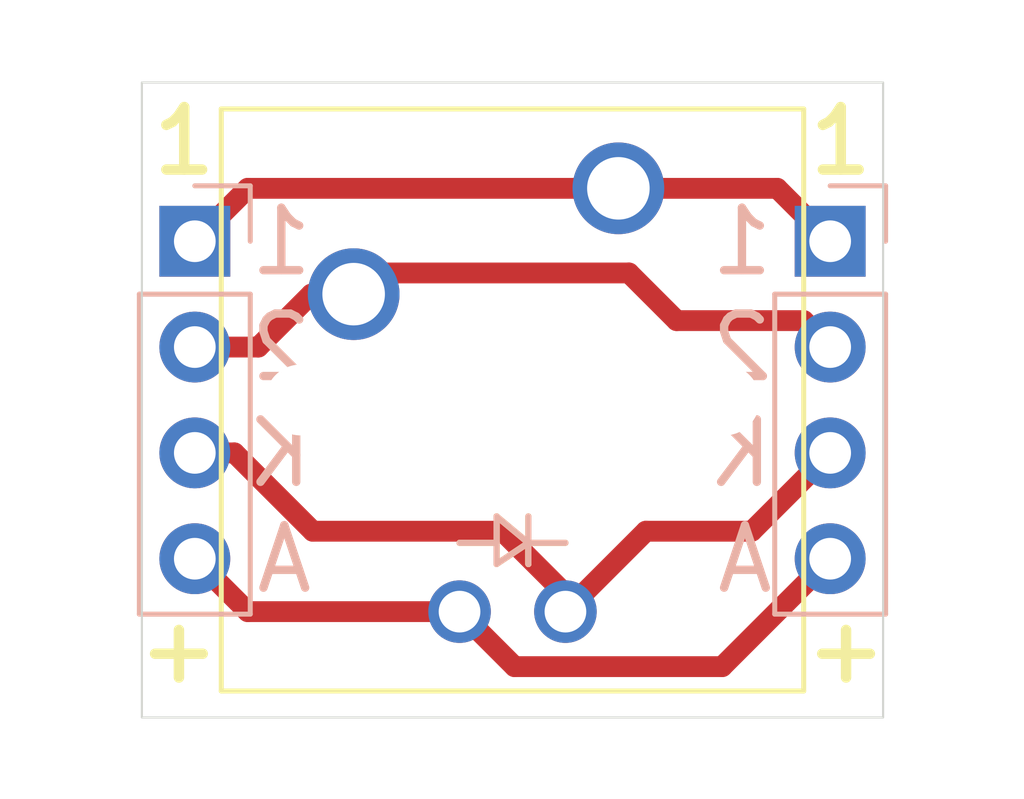
<source format=kicad_pcb>
(kicad_pcb (version 20240108) (generator "pcbnew") (generator_version "8.0")
  (layers (0 "F.Cu" signal) (31 "B.Cu" signal) (34 "B.Paste" user) (35 "F.Paste" user) (36 "B.SilkS" user "B.Silkscreen") (37 "F.SilkS" user "F.Silkscreen") (38 "B.Mask" user) (39 "F.Mask" user) (44 "Edge.Cuts" user))
  (net 0 "")
  (net 1 "Net-(J1-Pin_3)")
  (net 2 "Net-(J1-Pin_4)")
  (net 3 "Net-(J1-Pin_2)")
  (net 4 "Net-(J1-Pin_1)")
  (footprint "Switches:SW_Cherry_MX_1.00u_LED_PCB" (layer "F.Cu") (at 132.08 90.17)
    (property "Reference" "SW1" (hide yes))
    (property "Value" "SW_SPST_LED")
    (fp_line (start -9.525 -1.905) (end 4.445 -1.905) (stroke (width 0.12)) (layer "F.SilkS"))
    (fp_line (start -9.525 12.065) (end -9.525 -1.905) (stroke (width 0.12)) (layer "F.SilkS"))
    (fp_line (start -3.81 8.509) (end -2.921 8.509) (stroke (width 0.15)) (layer "F.SilkS"))
    (fp_line (start -2.921 7.874) (end -2.159 8.509) (stroke (width 0.15)) (layer "F.SilkS"))
    (fp_line (start -2.921 8.509) (end -2.921 7.874) (stroke (width 0.15)) (layer "F.SilkS"))
    (fp_line (start -2.921 9.017) (end -2.921 8.509) (stroke (width 0.15)) (layer "F.SilkS"))
    (fp_line (start -2.159 7.874) (end -2.159 9.017) (stroke (width 0.15)) (layer "F.SilkS"))
    (fp_line (start -2.159 8.509) (end -2.921 9.017) (stroke (width 0.15)) (layer "F.SilkS"))
    (fp_line (start -2.159 9.017) (end -2.159 8.509) (stroke (width 0.15)) (layer "F.SilkS"))
    (fp_line (start -1.27 8.509) (end -2.159 8.509) (stroke (width 0.15)) (layer "F.SilkS"))
    (fp_line (start 4.445 -1.905) (end 4.445 12.065) (stroke (width 0.12)) (layer "F.SilkS"))
    (fp_line (start 4.445 12.065) (end -9.525 12.065) (stroke (width 0.12)) (layer "F.SilkS"))
    (pad "" np_thru_hole circle (at -7.62 5.08) (size 1.7 1.7) (drill 1.7) (layers "*.Cu" "*.Mask"))
    (pad "" np_thru_hole circle (at -2.54 5.08) (size 4 4) (drill 4) (layers "*.Cu" "*.Mask"))
    (pad "" np_thru_hole circle (at 2.54 5.08) (size 1.7 1.7) (drill 1.7) (layers "*.Cu" "*.Mask"))
    (pad "1" thru_hole circle (at 0 0) (size 2.2 2.2) (drill 1.5) (layers "*.Cu" "*.Mask") (net 4 "Net-(J1-Pin_1)"))
    (pad "2" thru_hole circle (at -6.35 2.54) (size 2.2 2.2) (drill 1.5) (layers "*.Cu" "*.Mask") (net 3 "Net-(J1-Pin_2)"))
    (pad "3" thru_hole circle (at -1.27 10.16) (size 1.5 1.5) (drill 1) (layers "*.Cu" "*.Mask") (net 1 "Net-(J1-Pin_3)"))
    (pad "4" thru_hole circle (at -3.81 10.16) (size 1.5 1.5) (drill 1) (layers "*.Cu" "*.Mask") (net 2 "Net-(J1-Pin_4)"))
  )
  (footprint "Connector_PinHeader_2.54mm:PinHeader_1x04_P2.54mm_Vertical" (layer "B.Cu") (at 137.16 91.44 180)
    (property "Reference" "J2" (hide yes))
    (property "Value" "Conn_01x04")
    (fp_line (start 1.33 -1.27) (end -1.33 -1.27) (stroke (width 0.12)) (layer "B.SilkS"))
    (fp_line (start 1.33 -8.95) (end 1.33 -1.27) (stroke (width 0.12)) (layer "B.SilkS"))
    (fp_line (start 1.33 -8.95) (end -1.33 -8.95) (stroke (width 0.12)) (layer "B.SilkS"))
    (fp_line (start 0 1.33) (end -1.33 1.33) (stroke (width 0.12)) (layer "B.SilkS"))
    (fp_line (start -1.33 1.33) (end -1.33 0) (stroke (width 0.12)) (layer "B.SilkS"))
    (fp_line (start -1.33 -8.95) (end -1.33 -1.27) (stroke (width 0.12)) (layer "B.SilkS"))
    (pad "1" thru_hole rect (at 0 0 180) (size 1.7 1.7) (drill 1) (layers "*.Cu" "*.Mask") (net 4 "Net-(J1-Pin_1)"))
    (pad "2" thru_hole oval (at 0 -2.54 180) (size 1.7 1.7) (drill 1) (layers "*.Cu" "*.Mask") (net 3 "Net-(J1-Pin_2)"))
    (pad "3" thru_hole oval (at 0 -5.08 180) (size 1.7 1.7) (drill 1) (layers "*.Cu" "*.Mask") (net 1 "Net-(J1-Pin_3)"))
    (pad "4" thru_hole oval (at 0 -7.62 180) (size 1.7 1.7) (drill 1) (layers "*.Cu" "*.Mask") (net 2 "Net-(J1-Pin_4)"))
  )
  (footprint "Connector_PinHeader_2.54mm:PinHeader_1x04_P2.54mm_Vertical" (layer "B.Cu") (at 121.92 91.44 180)
    (property "Reference" "J1" (hide yes))
    (property "Value" "Conn_01x04")
    (fp_line (start 1.33 -1.27) (end -1.33 -1.27) (stroke (width 0.12)) (layer "B.SilkS"))
    (fp_line (start 1.33 -8.95) (end 1.33 -1.27) (stroke (width 0.12)) (layer "B.SilkS"))
    (fp_line (start 1.33 -8.95) (end -1.33 -8.95) (stroke (width 0.12)) (layer "B.SilkS"))
    (fp_line (start 0 1.33) (end -1.33 1.33) (stroke (width 0.12)) (layer "B.SilkS"))
    (fp_line (start -1.33 1.33) (end -1.33 0) (stroke (width 0.12)) (layer "B.SilkS"))
    (fp_line (start -1.33 -8.95) (end -1.33 -1.27) (stroke (width 0.12)) (layer "B.SilkS"))
    (pad "1" thru_hole rect (at 0 0 180) (size 1.7 1.7) (drill 1) (layers "*.Cu" "*.Mask") (net 4 "Net-(J1-Pin_1)"))
    (pad "2" thru_hole oval (at 0 -2.54 180) (size 1.7 1.7) (drill 1) (layers "*.Cu" "*.Mask") (net 3 "Net-(J1-Pin_2)"))
    (pad "3" thru_hole oval (at 0 -5.08 180) (size 1.7 1.7) (drill 1) (layers "*.Cu" "*.Mask") (net 1 "Net-(J1-Pin_3)"))
    (pad "4" thru_hole oval (at 0 -7.62 180) (size 1.7 1.7) (drill 1) (layers "*.Cu" "*.Mask") (net 2 "Net-(J1-Pin_4)"))
  )
  (gr_line (start 129.921 98.044) (end 129.921 99.187) (stroke (width 0.15)) (layer "B.SilkS"))
  (gr_line (start 129.159 98.679) (end 129.159 98.044) (stroke (width 0.15)) (layer "B.SilkS"))
  (gr_line (start 130.81 98.679) (end 129.921 98.679) (stroke (width 0.15)) (layer "B.SilkS"))
  (gr_line (start 128.27 98.679) (end 129.159 98.679) (stroke (width 0.15)) (layer "B.SilkS"))
  (gr_line (start 129.159 99.187) (end 129.159 98.679) (stroke (width 0.15)) (layer "B.SilkS"))
  (gr_line (start 129.159 98.044) (end 129.921 98.679) (stroke (width 0.15)) (layer "B.SilkS"))
  (gr_line (start 129.921 98.679) (end 129.159 99.187) (stroke (width 0.15)) (layer "B.SilkS"))
  (gr_rect (start 120.65 87.63) (end 138.43 102.87) (stroke (width 0.05)) (fill none) (layer "Edge.Cuts"))
  (gr_text "K" (at 135.89 97.409 0) (layer "B.SilkS") (effects (font (size 1.5 1.5) (thickness 0.2)) (justify left bottom mirror)))
  (gr_text "2" (at 135.89 94.869 0) (layer "B.SilkS") (effects (font (size 1.5 1.5) (thickness 0.2)) (justify left bottom mirror)))
  (gr_text "2" (at 124.841 94.869 0) (layer "B.SilkS") (effects (font (size 1.5 1.5) (thickness 0.2)) (justify left bottom mirror)))
  (gr_text "K" (at 124.841 97.409 0) (layer "B.SilkS") (effects (font (size 1.5 1.5) (thickness 0.2)) (justify left bottom mirror)))
  (gr_text "1" (at 124.841 92.329 0) (layer "B.SilkS") (effects (font (size 1.5 1.5) (thickness 0.2)) (justify left bottom mirror)))
  (gr_text "A" (at 135.89 99.949 0) (layer "B.SilkS") (effects (font (size 1.5 1.5) (thickness 0.2)) (justify left bottom mirror)))
  (gr_text "1" (at 135.89 92.329 0) (layer "B.SilkS") (effects (font (size 1.5 1.5) (thickness 0.2)) (justify left bottom mirror)))
  (gr_text "A" (at 124.841 99.949 0) (layer "B.SilkS") (effects (font (size 1.5 1.5) (thickness 0.2)) (justify left bottom mirror)))
  (gr_text "+" (at 137.541 102.108 0) (layer "F.SilkS") (effects (font (size 1.5 1.5) (thickness 0.25) (bold yes)) (justify bottom)))
  (gr_text "1" (at 121.666 89.916 0) (layer "F.SilkS") (effects (font (size 1.5 1.5) (thickness 0.25) (bold yes)) (justify bottom)))
  (gr_text "+" (at 121.539 102.108 0) (layer "F.SilkS") (effects (font (size 1.5 1.5) (thickness 0.25) (bold yes)) (justify bottom)))
  (gr_text "1" (at 137.414 89.916 0) (layer "F.SilkS") (effects (font (size 1.5 1.5) (thickness 0.25) (bold yes)) (justify bottom)))
  (segment (start 135.28 98.4) (end 137.16 96.52) (width 0.5) (layer "F.Cu") (net 1))
  (segment (start 129.3 98.4) (end 130.81 99.91) (width 0.5) (layer "F.Cu") (net 1))
  (segment (start 124.75 98.4) (end 129.3 98.4) (width 0.5) (layer "F.Cu") (net 1))
  (segment (start 130.81 100.33) (end 132.74 98.4) (width 0.5) (layer "F.Cu") (net 1))
  (segment (start 132.74 98.4) (end 135.28 98.4) (width 0.5) (layer "F.Cu") (net 1))
  (segment (start 122.87 96.52) (end 124.75 98.4) (width 0.5) (layer "F.Cu") (net 1))
  (segment (start 121.92 96.52) (end 122.87 96.52) (width 0.5) (layer "F.Cu") (net 1))
  (segment (start 130.81 99.91) (end 130.81 100.33) (width 0.5) (layer "F.Cu") (net 1))
  (segment (start 134.57 101.65) (end 129.59 101.65) (width 0.5) (layer "F.Cu") (net 2))
  (segment (start 128.27 100.33) (end 123.19 100.33) (width 0.5) (layer "F.Cu") (net 2))
  (segment (start 137.16 99.06) (end 134.57 101.65) (width 0.5) (layer "F.Cu") (net 2))
  (segment (start 123.19 100.33) (end 121.92 99.06) (width 0.5) (layer "F.Cu") (net 2))
  (segment (start 129.59 101.65) (end 128.27 100.33) (width 0.5) (layer "F.Cu") (net 2))
  (segment (start 133.477 93.345) (end 136.525 93.345) (width 0.5) (layer "F.Cu") (net 3))
  (segment (start 125.73 92.71) (end 124.714 92.71) (width 0.5) (layer "F.Cu") (net 3))
  (segment (start 136.525 93.345) (end 137.16 93.98) (width 0.5) (layer "F.Cu") (net 3))
  (segment (start 124.714 92.71) (end 123.444 93.98) (width 0.5) (layer "F.Cu") (net 3))
  (segment (start 126.238 92.202) (end 132.334 92.202) (width 0.5) (layer "F.Cu") (net 3))
  (segment (start 125.73 92.71) (end 126.238 92.202) (width 0.5) (layer "F.Cu") (net 3))
  (segment (start 123.444 93.98) (end 121.92 93.98) (width 0.5) (layer "F.Cu") (net 3))
  (segment (start 132.334 92.202) (end 133.477 93.345) (width 0.5) (layer "F.Cu") (net 3))
  (segment (start 123.19 90.17) (end 121.92 91.44) (width 0.5) (layer "F.Cu") (net 4))
  (segment (start 132.08 90.17) (end 123.19 90.17) (width 0.5) (layer "F.Cu") (net 4))
  (segment (start 135.89 90.17) (end 137.16 91.44) (width 0.5) (layer "F.Cu") (net 4))
  (segment (start 132.08 90.17) (end 135.89 90.17) (width 0.5) (layer "F.Cu") (net 4))
)
</source>
